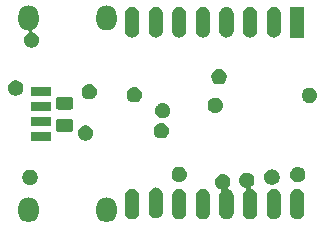
<source format=gbr>
G04 #@! TF.GenerationSoftware,KiCad,Pcbnew,5.0.2-bee76a0~70~ubuntu18.04.1*
G04 #@! TF.CreationDate,2020-03-17T19:10:12-04:00*
G04 #@! TF.ProjectId,ESP-AHT10-Extra,4553502d-4148-4543-9130-2d4578747261,1.6*
G04 #@! TF.SameCoordinates,PX7bfa480PY66c2270*
G04 #@! TF.FileFunction,Soldermask,Top*
G04 #@! TF.FilePolarity,Negative*
%FSLAX46Y46*%
G04 Gerber Fmt 4.6, Leading zero omitted, Abs format (unit mm)*
G04 Created by KiCad (PCBNEW 5.0.2-bee76a0~70~ubuntu18.04.1) date Tue 17 Mar 2020 07:10:12 PM EDT*
%MOMM*%
%LPD*%
G01*
G04 APERTURE LIST*
%ADD10C,0.050000*%
G04 APERTURE END LIST*
D10*
G36*
X13616821Y3288687D02*
X13616824Y3288686D01*
X13616825Y3288686D01*
X13777239Y3240025D01*
X13777241Y3240024D01*
X13777244Y3240023D01*
X13925078Y3161005D01*
X14054659Y3054659D01*
X14161005Y2925078D01*
X14240023Y2777244D01*
X14240024Y2777241D01*
X14240025Y2777239D01*
X14288686Y2616825D01*
X14288686Y2616822D01*
X14288687Y2616820D01*
X14301000Y2491803D01*
X14301000Y2008196D01*
X14288687Y1883179D01*
X14288686Y1883176D01*
X14288686Y1883175D01*
X14265434Y1806522D01*
X14240023Y1722756D01*
X14161005Y1574922D01*
X14054659Y1445341D01*
X13925078Y1338995D01*
X13777243Y1259977D01*
X13777240Y1259976D01*
X13777238Y1259975D01*
X13616824Y1211314D01*
X13616823Y1211314D01*
X13616820Y1211313D01*
X13450000Y1194883D01*
X13283179Y1211313D01*
X13283176Y1211314D01*
X13283175Y1211314D01*
X13122761Y1259975D01*
X13122759Y1259976D01*
X13122756Y1259977D01*
X12974922Y1338995D01*
X12845341Y1445341D01*
X12738995Y1574922D01*
X12659977Y1722757D01*
X12635905Y1802113D01*
X12611314Y1883176D01*
X12611314Y1883177D01*
X12611313Y1883180D01*
X12599000Y2008197D01*
X12599000Y2491804D01*
X12611313Y2616821D01*
X12659977Y2777244D01*
X12738993Y2925074D01*
X12845344Y3054661D01*
X12974923Y3161005D01*
X13122757Y3240023D01*
X13122760Y3240024D01*
X13122762Y3240025D01*
X13283176Y3288686D01*
X13283177Y3288686D01*
X13283180Y3288687D01*
X13450000Y3305117D01*
X13616821Y3288687D01*
X13616821Y3288687D01*
G37*
G36*
X20216821Y3288687D02*
X20216824Y3288686D01*
X20216825Y3288686D01*
X20377239Y3240025D01*
X20377241Y3240024D01*
X20377244Y3240023D01*
X20525078Y3161005D01*
X20654659Y3054659D01*
X20761005Y2925078D01*
X20840023Y2777244D01*
X20840024Y2777241D01*
X20840025Y2777239D01*
X20888686Y2616825D01*
X20888686Y2616822D01*
X20888687Y2616820D01*
X20901000Y2491803D01*
X20901000Y2008196D01*
X20888687Y1883179D01*
X20888686Y1883176D01*
X20888686Y1883175D01*
X20865434Y1806522D01*
X20840023Y1722756D01*
X20761005Y1574922D01*
X20654659Y1445341D01*
X20525078Y1338995D01*
X20377243Y1259977D01*
X20377240Y1259976D01*
X20377238Y1259975D01*
X20216824Y1211314D01*
X20216823Y1211314D01*
X20216820Y1211313D01*
X20050000Y1194883D01*
X19883179Y1211313D01*
X19883176Y1211314D01*
X19883175Y1211314D01*
X19722761Y1259975D01*
X19722759Y1259976D01*
X19722756Y1259977D01*
X19574922Y1338995D01*
X19445341Y1445341D01*
X19338995Y1574922D01*
X19259977Y1722757D01*
X19235905Y1802113D01*
X19211314Y1883176D01*
X19211314Y1883177D01*
X19211313Y1883180D01*
X19199000Y2008197D01*
X19199000Y2491804D01*
X19211313Y2616821D01*
X19259977Y2777244D01*
X19338993Y2925074D01*
X19445344Y3054661D01*
X19574923Y3161005D01*
X19722757Y3240023D01*
X19722760Y3240024D01*
X19722762Y3240025D01*
X19883176Y3288686D01*
X19883177Y3288686D01*
X19883180Y3288687D01*
X20050000Y3305117D01*
X20216821Y3288687D01*
X20216821Y3288687D01*
G37*
G36*
X26327035Y4029930D02*
X26440322Y3995564D01*
X26544730Y3939757D01*
X26636244Y3864653D01*
X26711348Y3773139D01*
X26767155Y3668731D01*
X26801521Y3555444D01*
X26810217Y3467145D01*
X26810217Y2008107D01*
X26801521Y1919808D01*
X26767155Y1806521D01*
X26715883Y1710599D01*
X26711347Y1702113D01*
X26636244Y1610599D01*
X26598579Y1579689D01*
X26544729Y1535495D01*
X26440321Y1479688D01*
X26327034Y1445322D01*
X26209217Y1433719D01*
X26091399Y1445322D01*
X25978112Y1479688D01*
X25873705Y1535495D01*
X25825662Y1574923D01*
X25782190Y1610599D01*
X25748337Y1651850D01*
X25707086Y1702114D01*
X25651279Y1806522D01*
X25616913Y1919809D01*
X25608217Y2008108D01*
X25608218Y3467145D01*
X25616914Y3555444D01*
X25651280Y3668731D01*
X25707087Y3773139D01*
X25782191Y3864653D01*
X25873705Y3939757D01*
X25978113Y3995564D01*
X26091400Y4029930D01*
X26209217Y4041533D01*
X26327035Y4029930D01*
X26327035Y4029930D01*
G37*
G36*
X28327035Y4029930D02*
X28440322Y3995564D01*
X28544730Y3939757D01*
X28636244Y3864653D01*
X28711348Y3773139D01*
X28767155Y3668731D01*
X28801521Y3555444D01*
X28810217Y3467145D01*
X28810217Y2008107D01*
X28801521Y1919808D01*
X28767155Y1806521D01*
X28715883Y1710599D01*
X28711347Y1702113D01*
X28636244Y1610599D01*
X28598579Y1579689D01*
X28544729Y1535495D01*
X28440321Y1479688D01*
X28327034Y1445322D01*
X28209217Y1433719D01*
X28091399Y1445322D01*
X27978112Y1479688D01*
X27873705Y1535495D01*
X27825662Y1574923D01*
X27782190Y1610599D01*
X27748337Y1651850D01*
X27707086Y1702114D01*
X27651279Y1806522D01*
X27616913Y1919809D01*
X27608217Y2008108D01*
X27608218Y3467145D01*
X27616914Y3555444D01*
X27651280Y3668731D01*
X27707087Y3773139D01*
X27782191Y3864653D01*
X27873705Y3939757D01*
X27978113Y3995564D01*
X28091400Y4029930D01*
X28209217Y4041533D01*
X28327035Y4029930D01*
X28327035Y4029930D01*
G37*
G36*
X30082890Y5251983D02*
X30201361Y5202911D01*
X30201364Y5202909D01*
X30210386Y5196881D01*
X30307992Y5131662D01*
X30398662Y5040992D01*
X30469911Y4934361D01*
X30518983Y4815890D01*
X30544000Y4690119D01*
X30544000Y4561881D01*
X30518983Y4436110D01*
X30469911Y4317639D01*
X30469909Y4317636D01*
X30422937Y4247337D01*
X30398662Y4211008D01*
X30390524Y4202870D01*
X30374978Y4183928D01*
X30363427Y4162317D01*
X30356314Y4138868D01*
X30353912Y4114482D01*
X30356314Y4090096D01*
X30363427Y4066647D01*
X30374978Y4045036D01*
X30390524Y4026094D01*
X30409466Y4010548D01*
X30433984Y3998951D01*
X30544730Y3939757D01*
X30636244Y3864653D01*
X30711348Y3773139D01*
X30767155Y3668731D01*
X30801521Y3555444D01*
X30810217Y3467145D01*
X30810217Y2008107D01*
X30801521Y1919808D01*
X30767155Y1806521D01*
X30715883Y1710599D01*
X30711347Y1702113D01*
X30636244Y1610599D01*
X30598579Y1579689D01*
X30544729Y1535495D01*
X30440321Y1479688D01*
X30327034Y1445322D01*
X30209217Y1433719D01*
X30091399Y1445322D01*
X29978112Y1479688D01*
X29873705Y1535495D01*
X29825662Y1574923D01*
X29782190Y1610599D01*
X29748337Y1651850D01*
X29707086Y1702114D01*
X29651279Y1806522D01*
X29616913Y1919809D01*
X29608217Y2008108D01*
X29608218Y3467145D01*
X29616914Y3555444D01*
X29651280Y3668731D01*
X29707087Y3773139D01*
X29738113Y3810944D01*
X29751727Y3831319D01*
X29761105Y3853958D01*
X29765885Y3877991D01*
X29765885Y3902495D01*
X29761104Y3926529D01*
X29751727Y3949168D01*
X29738113Y3969542D01*
X29720786Y3986869D01*
X29689322Y4005728D01*
X29584639Y4049089D01*
X29515086Y4095563D01*
X29478012Y4120335D01*
X29478011Y4120336D01*
X29478008Y4120338D01*
X29387338Y4211008D01*
X29363064Y4247337D01*
X29316091Y4317636D01*
X29316089Y4317639D01*
X29267017Y4436110D01*
X29242000Y4561881D01*
X29242000Y4690119D01*
X29267017Y4815890D01*
X29316089Y4934361D01*
X29387338Y5040992D01*
X29478008Y5131662D01*
X29575615Y5196881D01*
X29584636Y5202909D01*
X29584639Y5202911D01*
X29703110Y5251983D01*
X29828881Y5277000D01*
X29957119Y5277000D01*
X30082890Y5251983D01*
X30082890Y5251983D01*
G37*
G36*
X32114890Y5378983D02*
X32233361Y5329911D01*
X32233364Y5329909D01*
X32312548Y5277000D01*
X32339992Y5258662D01*
X32430662Y5167992D01*
X32501911Y5061361D01*
X32550983Y4942890D01*
X32576000Y4817119D01*
X32576000Y4688881D01*
X32550983Y4563110D01*
X32501911Y4444639D01*
X32430662Y4338008D01*
X32339991Y4247337D01*
X32331914Y4241940D01*
X32312973Y4226394D01*
X32297427Y4207452D01*
X32285876Y4185841D01*
X32278764Y4162392D01*
X32276362Y4138006D01*
X32278764Y4113619D01*
X32285878Y4090170D01*
X32297429Y4068559D01*
X32312975Y4049618D01*
X32331917Y4034072D01*
X32365076Y4018390D01*
X32440322Y3995564D01*
X32544730Y3939757D01*
X32636244Y3864653D01*
X32711348Y3773139D01*
X32767155Y3668731D01*
X32801521Y3555444D01*
X32810217Y3467145D01*
X32810217Y2008107D01*
X32801521Y1919808D01*
X32767155Y1806521D01*
X32715883Y1710599D01*
X32711347Y1702113D01*
X32636244Y1610599D01*
X32598579Y1579689D01*
X32544729Y1535495D01*
X32440321Y1479688D01*
X32327034Y1445322D01*
X32209217Y1433719D01*
X32091399Y1445322D01*
X31978112Y1479688D01*
X31873705Y1535495D01*
X31825662Y1574923D01*
X31782190Y1610599D01*
X31748337Y1651850D01*
X31707086Y1702114D01*
X31651279Y1806522D01*
X31616913Y1919809D01*
X31608217Y2008108D01*
X31608218Y3467145D01*
X31616914Y3555444D01*
X31651280Y3668731D01*
X31707087Y3773139D01*
X31782191Y3864653D01*
X31826030Y3900631D01*
X31843357Y3917958D01*
X31856971Y3938332D01*
X31866348Y3960971D01*
X31871129Y3985005D01*
X31871129Y4009509D01*
X31866349Y4033542D01*
X31856971Y4056181D01*
X31843357Y4076556D01*
X31826030Y4093883D01*
X31805656Y4107497D01*
X31783017Y4116874D01*
X31771117Y4119855D01*
X31768704Y4120335D01*
X31735110Y4127017D01*
X31706499Y4138868D01*
X31616639Y4176089D01*
X31602044Y4185841D01*
X31510012Y4247335D01*
X31510011Y4247336D01*
X31510008Y4247338D01*
X31419338Y4338008D01*
X31348089Y4444639D01*
X31299017Y4563110D01*
X31274000Y4688881D01*
X31274000Y4817119D01*
X31299017Y4942890D01*
X31348089Y5061361D01*
X31419338Y5167992D01*
X31510008Y5258662D01*
X31537453Y5277000D01*
X31616636Y5329909D01*
X31616639Y5329911D01*
X31735110Y5378983D01*
X31860881Y5404000D01*
X31989119Y5404000D01*
X32114890Y5378983D01*
X32114890Y5378983D01*
G37*
G36*
X34327035Y4029930D02*
X34440322Y3995564D01*
X34544730Y3939757D01*
X34636244Y3864653D01*
X34711348Y3773139D01*
X34767155Y3668731D01*
X34801521Y3555444D01*
X34810217Y3467145D01*
X34810217Y2008107D01*
X34801521Y1919808D01*
X34767155Y1806521D01*
X34715883Y1710599D01*
X34711347Y1702113D01*
X34636244Y1610599D01*
X34598579Y1579689D01*
X34544729Y1535495D01*
X34440321Y1479688D01*
X34327034Y1445322D01*
X34209217Y1433719D01*
X34091399Y1445322D01*
X33978112Y1479688D01*
X33873705Y1535495D01*
X33825662Y1574923D01*
X33782190Y1610599D01*
X33748337Y1651850D01*
X33707086Y1702114D01*
X33651279Y1806522D01*
X33616913Y1919809D01*
X33608217Y2008108D01*
X33608218Y3467145D01*
X33616914Y3555444D01*
X33651280Y3668731D01*
X33707087Y3773139D01*
X33782191Y3864653D01*
X33873705Y3939757D01*
X33978113Y3995564D01*
X34091400Y4029930D01*
X34209217Y4041533D01*
X34327035Y4029930D01*
X34327035Y4029930D01*
G37*
G36*
X36327035Y4029930D02*
X36440322Y3995564D01*
X36544730Y3939757D01*
X36636244Y3864653D01*
X36711348Y3773139D01*
X36767155Y3668731D01*
X36801521Y3555444D01*
X36810217Y3467145D01*
X36810217Y2008107D01*
X36801521Y1919808D01*
X36767155Y1806521D01*
X36715883Y1710599D01*
X36711347Y1702113D01*
X36636244Y1610599D01*
X36598579Y1579689D01*
X36544729Y1535495D01*
X36440321Y1479688D01*
X36327034Y1445322D01*
X36209217Y1433719D01*
X36091399Y1445322D01*
X35978112Y1479688D01*
X35873705Y1535495D01*
X35825662Y1574923D01*
X35782190Y1610599D01*
X35748337Y1651850D01*
X35707086Y1702114D01*
X35651279Y1806522D01*
X35616913Y1919809D01*
X35608217Y2008108D01*
X35608218Y3467145D01*
X35616914Y3555444D01*
X35651280Y3668731D01*
X35707087Y3773139D01*
X35782191Y3864653D01*
X35873705Y3939757D01*
X35978113Y3995564D01*
X36091400Y4029930D01*
X36209217Y4041533D01*
X36327035Y4029930D01*
X36327035Y4029930D01*
G37*
G36*
X22327035Y4029930D02*
X22440322Y3995564D01*
X22544730Y3939757D01*
X22636244Y3864653D01*
X22711348Y3773139D01*
X22767155Y3668731D01*
X22801521Y3555444D01*
X22810217Y3467145D01*
X22810217Y2008107D01*
X22801521Y1919808D01*
X22767155Y1806521D01*
X22715883Y1710599D01*
X22711347Y1702113D01*
X22636244Y1610599D01*
X22598579Y1579689D01*
X22544729Y1535495D01*
X22440321Y1479688D01*
X22327034Y1445322D01*
X22209217Y1433719D01*
X22091399Y1445322D01*
X21978112Y1479688D01*
X21873705Y1535495D01*
X21825662Y1574923D01*
X21782190Y1610599D01*
X21748337Y1651850D01*
X21707086Y1702114D01*
X21651279Y1806522D01*
X21616913Y1919809D01*
X21608217Y2008108D01*
X21608218Y3467145D01*
X21616914Y3555444D01*
X21651280Y3668731D01*
X21707087Y3773139D01*
X21782191Y3864653D01*
X21873705Y3939757D01*
X21978113Y3995564D01*
X22091400Y4029930D01*
X22209217Y4041533D01*
X22327035Y4029930D01*
X22327035Y4029930D01*
G37*
G36*
X24327035Y4129930D02*
X24440322Y4095564D01*
X24544730Y4039757D01*
X24636244Y3964653D01*
X24711348Y3873139D01*
X24767155Y3768731D01*
X24801521Y3655444D01*
X24810217Y3567145D01*
X24810217Y2108107D01*
X24801521Y2019808D01*
X24767155Y1906521D01*
X24711348Y1802114D01*
X24711347Y1802113D01*
X24636244Y1710599D01*
X24594993Y1676746D01*
X24544729Y1635495D01*
X24440321Y1579688D01*
X24327034Y1545322D01*
X24209217Y1533719D01*
X24091399Y1545322D01*
X23978112Y1579688D01*
X23873705Y1635495D01*
X23859789Y1646915D01*
X23782190Y1710599D01*
X23748337Y1751850D01*
X23707086Y1802114D01*
X23651279Y1906522D01*
X23616913Y2019809D01*
X23608217Y2108108D01*
X23608218Y3567145D01*
X23616914Y3655444D01*
X23651280Y3768731D01*
X23707087Y3873139D01*
X23782191Y3964653D01*
X23873705Y4039757D01*
X23978113Y4095564D01*
X24091400Y4129930D01*
X24209217Y4141533D01*
X24327035Y4129930D01*
X24327035Y4129930D01*
G37*
G36*
X13763390Y5632983D02*
X13881861Y5583911D01*
X13881864Y5583909D01*
X13961554Y5530662D01*
X13988492Y5512662D01*
X14079162Y5421992D01*
X14150411Y5315361D01*
X14199483Y5196890D01*
X14224500Y5071119D01*
X14224500Y4942881D01*
X14199483Y4817110D01*
X14150411Y4698639D01*
X14150409Y4698636D01*
X14091190Y4610008D01*
X14079162Y4592008D01*
X13988492Y4501338D01*
X13988489Y4501336D01*
X13988488Y4501335D01*
X13903632Y4444636D01*
X13881861Y4430089D01*
X13763390Y4381017D01*
X13637619Y4356000D01*
X13509381Y4356000D01*
X13383610Y4381017D01*
X13265139Y4430089D01*
X13243368Y4444636D01*
X13158512Y4501335D01*
X13158511Y4501336D01*
X13158508Y4501338D01*
X13067838Y4592008D01*
X13055811Y4610008D01*
X12996591Y4698636D01*
X12996589Y4698639D01*
X12947517Y4817110D01*
X12922500Y4942881D01*
X12922500Y5071119D01*
X12947517Y5196890D01*
X12996589Y5315361D01*
X13067838Y5421992D01*
X13158508Y5512662D01*
X13185447Y5530662D01*
X13265136Y5583909D01*
X13265139Y5583911D01*
X13383610Y5632983D01*
X13509381Y5658000D01*
X13637619Y5658000D01*
X13763390Y5632983D01*
X13763390Y5632983D01*
G37*
G36*
X34239890Y5650983D02*
X34358361Y5601911D01*
X34464992Y5530662D01*
X34555662Y5439992D01*
X34555664Y5439989D01*
X34555665Y5439988D01*
X34567692Y5421988D01*
X34626911Y5333361D01*
X34675983Y5214890D01*
X34701000Y5089119D01*
X34701000Y4960881D01*
X34675983Y4835110D01*
X34626911Y4716639D01*
X34626909Y4716636D01*
X34560465Y4617195D01*
X34555662Y4610008D01*
X34464992Y4519338D01*
X34464989Y4519336D01*
X34464988Y4519335D01*
X34438049Y4501335D01*
X34358361Y4448089D01*
X34239890Y4399017D01*
X34114119Y4374000D01*
X33985881Y4374000D01*
X33860110Y4399017D01*
X33741639Y4448089D01*
X33661951Y4501335D01*
X33635012Y4519335D01*
X33635011Y4519336D01*
X33635008Y4519338D01*
X33544338Y4610008D01*
X33539536Y4617195D01*
X33473091Y4716636D01*
X33473089Y4716639D01*
X33424017Y4835110D01*
X33399000Y4960881D01*
X33399000Y5089119D01*
X33424017Y5214890D01*
X33473089Y5333361D01*
X33532308Y5421988D01*
X33544335Y5439988D01*
X33544336Y5439989D01*
X33544338Y5439992D01*
X33635008Y5530662D01*
X33741639Y5601911D01*
X33860110Y5650983D01*
X33985881Y5676000D01*
X34114119Y5676000D01*
X34239890Y5650983D01*
X34239890Y5650983D01*
G37*
G36*
X36429225Y5869161D02*
X36547696Y5820089D01*
X36547699Y5820087D01*
X36627651Y5766665D01*
X36654327Y5748840D01*
X36744997Y5658170D01*
X36744999Y5658167D01*
X36745000Y5658166D01*
X36761827Y5632983D01*
X36816246Y5551539D01*
X36865318Y5433068D01*
X36890335Y5307297D01*
X36890335Y5179059D01*
X36865318Y5053288D01*
X36816246Y4934817D01*
X36816244Y4934814D01*
X36749624Y4835110D01*
X36744997Y4828186D01*
X36654327Y4737516D01*
X36654324Y4737514D01*
X36654323Y4737513D01*
X36583393Y4690119D01*
X36547696Y4666267D01*
X36429225Y4617195D01*
X36303454Y4592178D01*
X36175216Y4592178D01*
X36049445Y4617195D01*
X35930974Y4666267D01*
X35895277Y4690119D01*
X35824347Y4737513D01*
X35824346Y4737514D01*
X35824343Y4737516D01*
X35733673Y4828186D01*
X35729047Y4835110D01*
X35662426Y4934814D01*
X35662424Y4934817D01*
X35613352Y5053288D01*
X35588335Y5179059D01*
X35588335Y5307297D01*
X35613352Y5433068D01*
X35662424Y5551539D01*
X35716843Y5632983D01*
X35733670Y5658166D01*
X35733671Y5658167D01*
X35733673Y5658170D01*
X35824343Y5748840D01*
X35851020Y5766665D01*
X35930971Y5820087D01*
X35930974Y5820089D01*
X36049445Y5869161D01*
X36175216Y5894178D01*
X36303454Y5894178D01*
X36429225Y5869161D01*
X36429225Y5869161D01*
G37*
G36*
X26399890Y5886983D02*
X26518361Y5837911D01*
X26624992Y5766662D01*
X26715662Y5675992D01*
X26715664Y5675989D01*
X26715665Y5675988D01*
X26727573Y5658166D01*
X26786911Y5569361D01*
X26835983Y5450890D01*
X26861000Y5325119D01*
X26861000Y5196881D01*
X26835983Y5071110D01*
X26786911Y4952639D01*
X26715662Y4846008D01*
X26624992Y4755338D01*
X26624989Y4755336D01*
X26624988Y4755335D01*
X26527384Y4690118D01*
X26518361Y4684089D01*
X26399890Y4635017D01*
X26274119Y4610000D01*
X26145881Y4610000D01*
X26020110Y4635017D01*
X25901639Y4684089D01*
X25892616Y4690118D01*
X25795012Y4755335D01*
X25795011Y4755336D01*
X25795008Y4755338D01*
X25704338Y4846008D01*
X25633089Y4952639D01*
X25584017Y5071110D01*
X25559000Y5196881D01*
X25559000Y5325119D01*
X25584017Y5450890D01*
X25633089Y5569361D01*
X25692427Y5658166D01*
X25704335Y5675988D01*
X25704336Y5675989D01*
X25704338Y5675992D01*
X25795008Y5766662D01*
X25901639Y5837911D01*
X26020110Y5886983D01*
X26145881Y5912000D01*
X26274119Y5912000D01*
X26399890Y5886983D01*
X26399890Y5886983D01*
G37*
G36*
X15377000Y8035000D02*
X13675000Y8035000D01*
X13675000Y8837000D01*
X15377000Y8837000D01*
X15377000Y8035000D01*
X15377000Y8035000D01*
G37*
G36*
X18462390Y9379483D02*
X18580861Y9330411D01*
X18687492Y9259162D01*
X18778162Y9168492D01*
X18778164Y9168489D01*
X18778165Y9168488D01*
X18836140Y9081722D01*
X18849411Y9061861D01*
X18898483Y8943390D01*
X18923500Y8817619D01*
X18923500Y8689381D01*
X18898483Y8563610D01*
X18849411Y8445139D01*
X18849409Y8445136D01*
X18797260Y8367089D01*
X18778162Y8338508D01*
X18687492Y8247838D01*
X18580861Y8176589D01*
X18462390Y8127517D01*
X18336619Y8102500D01*
X18208381Y8102500D01*
X18082610Y8127517D01*
X17964139Y8176589D01*
X17857508Y8247838D01*
X17766838Y8338508D01*
X17747741Y8367089D01*
X17695591Y8445136D01*
X17695589Y8445139D01*
X17646517Y8563610D01*
X17621500Y8689381D01*
X17621500Y8817619D01*
X17646517Y8943390D01*
X17695589Y9061861D01*
X17708860Y9081722D01*
X17766835Y9168488D01*
X17766836Y9168489D01*
X17766838Y9168492D01*
X17857508Y9259162D01*
X17964139Y9330411D01*
X18082610Y9379483D01*
X18208381Y9404500D01*
X18336619Y9404500D01*
X18462390Y9379483D01*
X18462390Y9379483D01*
G37*
G36*
X24875890Y9569983D02*
X24994361Y9520911D01*
X25100992Y9449662D01*
X25191662Y9358992D01*
X25191664Y9358989D01*
X25191665Y9358988D01*
X25210761Y9330409D01*
X25262911Y9252361D01*
X25311983Y9133890D01*
X25337000Y9008119D01*
X25337000Y8879881D01*
X25311983Y8754110D01*
X25262911Y8635639D01*
X25262909Y8635636D01*
X25214783Y8563610D01*
X25191662Y8529008D01*
X25100992Y8438338D01*
X24994361Y8367089D01*
X24875890Y8318017D01*
X24750119Y8293000D01*
X24621881Y8293000D01*
X24496110Y8318017D01*
X24377639Y8367089D01*
X24271008Y8438338D01*
X24180338Y8529008D01*
X24157218Y8563610D01*
X24109091Y8635636D01*
X24109089Y8635639D01*
X24060017Y8754110D01*
X24035000Y8879881D01*
X24035000Y9008119D01*
X24060017Y9133890D01*
X24109089Y9252361D01*
X24161239Y9330409D01*
X24180335Y9358988D01*
X24180336Y9358989D01*
X24180338Y9358992D01*
X24271008Y9449662D01*
X24377639Y9520911D01*
X24496110Y9569983D01*
X24621881Y9595000D01*
X24750119Y9595000D01*
X24875890Y9569983D01*
X24875890Y9569983D01*
G37*
G36*
X17078966Y9937435D02*
X17117637Y9925704D01*
X17153279Y9906652D01*
X17184517Y9881017D01*
X17210152Y9849779D01*
X17229204Y9814137D01*
X17240935Y9775466D01*
X17245500Y9729112D01*
X17245500Y9077888D01*
X17240935Y9031534D01*
X17229204Y8992863D01*
X17210152Y8957221D01*
X17184517Y8925983D01*
X17153279Y8900348D01*
X17117637Y8881296D01*
X17078966Y8869565D01*
X17032612Y8865000D01*
X15956388Y8865000D01*
X15910034Y8869565D01*
X15871363Y8881296D01*
X15835721Y8900348D01*
X15804483Y8925983D01*
X15778848Y8957221D01*
X15759796Y8992863D01*
X15748065Y9031534D01*
X15743500Y9077888D01*
X15743500Y9729112D01*
X15748065Y9775466D01*
X15759796Y9814137D01*
X15778848Y9849779D01*
X15804483Y9881017D01*
X15835721Y9906652D01*
X15871363Y9925704D01*
X15910034Y9937435D01*
X15956388Y9942000D01*
X17032612Y9942000D01*
X17078966Y9937435D01*
X17078966Y9937435D01*
G37*
G36*
X15377000Y9305000D02*
X13675000Y9305000D01*
X13675000Y10107000D01*
X15377000Y10107000D01*
X15377000Y9305000D01*
X15377000Y9305000D01*
G37*
G36*
X24989890Y11275983D02*
X25108361Y11226911D01*
X25108364Y11226909D01*
X25197846Y11167119D01*
X25214992Y11155662D01*
X25305662Y11064992D01*
X25305664Y11064989D01*
X25305665Y11064988D01*
X25323109Y11038881D01*
X25376911Y10958361D01*
X25425983Y10839890D01*
X25451000Y10714119D01*
X25451000Y10585881D01*
X25425983Y10460110D01*
X25376911Y10341639D01*
X25305662Y10235008D01*
X25214992Y10144338D01*
X25108361Y10073089D01*
X24989890Y10024017D01*
X24864119Y9999000D01*
X24735881Y9999000D01*
X24610110Y10024017D01*
X24491639Y10073089D01*
X24385008Y10144338D01*
X24294338Y10235008D01*
X24223089Y10341639D01*
X24174017Y10460110D01*
X24149000Y10585881D01*
X24149000Y10714119D01*
X24174017Y10839890D01*
X24223089Y10958361D01*
X24276891Y11038881D01*
X24294335Y11064988D01*
X24294336Y11064989D01*
X24294338Y11064992D01*
X24385008Y11155662D01*
X24402155Y11167119D01*
X24491636Y11226909D01*
X24491639Y11226911D01*
X24610110Y11275983D01*
X24735881Y11301000D01*
X24864119Y11301000D01*
X24989890Y11275983D01*
X24989890Y11275983D01*
G37*
G36*
X29447890Y11728983D02*
X29566361Y11679911D01*
X29566364Y11679909D01*
X29655999Y11620017D01*
X29672992Y11608662D01*
X29763662Y11517992D01*
X29834911Y11411361D01*
X29883983Y11292890D01*
X29909000Y11167119D01*
X29909000Y11038881D01*
X29883983Y10913110D01*
X29834911Y10794639D01*
X29834909Y10794636D01*
X29781109Y10714118D01*
X29763662Y10688008D01*
X29672992Y10597338D01*
X29672989Y10597336D01*
X29672988Y10597335D01*
X29639561Y10575000D01*
X29566361Y10526089D01*
X29447890Y10477017D01*
X29322119Y10452000D01*
X29193881Y10452000D01*
X29068110Y10477017D01*
X28949639Y10526089D01*
X28876439Y10575000D01*
X28843012Y10597335D01*
X28843011Y10597336D01*
X28843008Y10597338D01*
X28752338Y10688008D01*
X28734892Y10714118D01*
X28681091Y10794636D01*
X28681089Y10794639D01*
X28632017Y10913110D01*
X28607000Y11038881D01*
X28607000Y11167119D01*
X28632017Y11292890D01*
X28681089Y11411361D01*
X28752338Y11517992D01*
X28843008Y11608662D01*
X28860002Y11620017D01*
X28949636Y11679909D01*
X28949639Y11679911D01*
X29068110Y11728983D01*
X29193881Y11754000D01*
X29322119Y11754000D01*
X29447890Y11728983D01*
X29447890Y11728983D01*
G37*
G36*
X15377000Y10575000D02*
X13675000Y10575000D01*
X13675000Y11377000D01*
X15377000Y11377000D01*
X15377000Y10575000D01*
X15377000Y10575000D01*
G37*
G36*
X17078966Y11812435D02*
X17117637Y11800704D01*
X17153279Y11781652D01*
X17184517Y11756017D01*
X17210152Y11724779D01*
X17229204Y11689137D01*
X17240935Y11650466D01*
X17245500Y11604112D01*
X17245500Y10952888D01*
X17240935Y10906534D01*
X17229204Y10867863D01*
X17210152Y10832221D01*
X17184517Y10800983D01*
X17153279Y10775348D01*
X17117637Y10756296D01*
X17078966Y10744565D01*
X17032612Y10740000D01*
X15956388Y10740000D01*
X15910034Y10744565D01*
X15871363Y10756296D01*
X15835721Y10775348D01*
X15804483Y10800983D01*
X15778848Y10832221D01*
X15759796Y10867863D01*
X15748065Y10906534D01*
X15743500Y10952888D01*
X15743500Y11604112D01*
X15748065Y11650466D01*
X15759796Y11689137D01*
X15778848Y11724779D01*
X15804483Y11756017D01*
X15835721Y11781652D01*
X15871363Y11800704D01*
X15910034Y11812435D01*
X15956388Y11817000D01*
X17032612Y11817000D01*
X17078966Y11812435D01*
X17078966Y11812435D01*
G37*
G36*
X37414890Y12575983D02*
X37533361Y12526911D01*
X37533364Y12526909D01*
X37577131Y12497665D01*
X37639992Y12455662D01*
X37730662Y12364992D01*
X37801911Y12258361D01*
X37850983Y12139890D01*
X37876000Y12014119D01*
X37876000Y11885881D01*
X37850983Y11760110D01*
X37801911Y11641639D01*
X37801909Y11641636D01*
X37758729Y11577012D01*
X37730662Y11535008D01*
X37639992Y11444338D01*
X37533361Y11373089D01*
X37414890Y11324017D01*
X37289119Y11299000D01*
X37160881Y11299000D01*
X37035110Y11324017D01*
X36916639Y11373089D01*
X36810008Y11444338D01*
X36719338Y11535008D01*
X36691272Y11577012D01*
X36648091Y11641636D01*
X36648089Y11641639D01*
X36599017Y11760110D01*
X36574000Y11885881D01*
X36574000Y12014119D01*
X36599017Y12139890D01*
X36648089Y12258361D01*
X36719338Y12364992D01*
X36810008Y12455662D01*
X36872870Y12497665D01*
X36916636Y12526909D01*
X36916639Y12526911D01*
X37035110Y12575983D01*
X37160881Y12601000D01*
X37289119Y12601000D01*
X37414890Y12575983D01*
X37414890Y12575983D01*
G37*
G36*
X22589890Y12617983D02*
X22708361Y12568911D01*
X22708364Y12568909D01*
X22812420Y12499381D01*
X22814992Y12497662D01*
X22905662Y12406992D01*
X22905664Y12406989D01*
X22905665Y12406988D01*
X22970391Y12310119D01*
X22976911Y12300361D01*
X23025983Y12181890D01*
X23051000Y12056119D01*
X23051000Y11927881D01*
X23025983Y11802110D01*
X22976911Y11683639D01*
X22976909Y11683636D01*
X22923773Y11604112D01*
X22905662Y11577008D01*
X22814992Y11486338D01*
X22814989Y11486336D01*
X22814988Y11486335D01*
X22708364Y11415091D01*
X22708361Y11415089D01*
X22589890Y11366017D01*
X22464119Y11341000D01*
X22335881Y11341000D01*
X22210110Y11366017D01*
X22091639Y11415089D01*
X22091636Y11415091D01*
X21985012Y11486335D01*
X21985011Y11486336D01*
X21985008Y11486338D01*
X21894338Y11577008D01*
X21876228Y11604112D01*
X21823091Y11683636D01*
X21823089Y11683639D01*
X21774017Y11802110D01*
X21749000Y11927881D01*
X21749000Y12056119D01*
X21774017Y12181890D01*
X21823089Y12300361D01*
X21829609Y12310119D01*
X21894335Y12406988D01*
X21894336Y12406989D01*
X21894338Y12406992D01*
X21985008Y12497662D01*
X21987581Y12499381D01*
X22091636Y12568909D01*
X22091639Y12568911D01*
X22210110Y12617983D01*
X22335881Y12643000D01*
X22464119Y12643000D01*
X22589890Y12617983D01*
X22589890Y12617983D01*
G37*
G36*
X18779890Y12871983D02*
X18898361Y12822911D01*
X19004992Y12751662D01*
X19095662Y12660992D01*
X19166911Y12554361D01*
X19215983Y12435890D01*
X19241000Y12310119D01*
X19241000Y12181881D01*
X19215983Y12056110D01*
X19166911Y11937639D01*
X19095662Y11831008D01*
X19004992Y11740338D01*
X19004989Y11740336D01*
X19004988Y11740335D01*
X18920132Y11683636D01*
X18898361Y11669089D01*
X18779890Y11620017D01*
X18654119Y11595000D01*
X18525881Y11595000D01*
X18400110Y11620017D01*
X18281639Y11669089D01*
X18259868Y11683636D01*
X18175012Y11740335D01*
X18175011Y11740336D01*
X18175008Y11740338D01*
X18084338Y11831008D01*
X18013089Y11937639D01*
X17964017Y12056110D01*
X17939000Y12181881D01*
X17939000Y12310119D01*
X17964017Y12435890D01*
X18013089Y12554361D01*
X18084338Y12660992D01*
X18175008Y12751662D01*
X18281639Y12822911D01*
X18400110Y12871983D01*
X18525881Y12897000D01*
X18654119Y12897000D01*
X18779890Y12871983D01*
X18779890Y12871983D01*
G37*
G36*
X15377000Y11845000D02*
X13675000Y11845000D01*
X13675000Y12647000D01*
X15377000Y12647000D01*
X15377000Y11845000D01*
X15377000Y11845000D01*
G37*
G36*
X12556890Y13189483D02*
X12675361Y13140411D01*
X12675364Y13140409D01*
X12734332Y13101008D01*
X12781992Y13069162D01*
X12872662Y12978492D01*
X12872664Y12978489D01*
X12872665Y12978488D01*
X12943829Y12871983D01*
X12943911Y12871861D01*
X12992983Y12753390D01*
X13018000Y12627619D01*
X13018000Y12499381D01*
X12992983Y12373610D01*
X12943911Y12255139D01*
X12943909Y12255136D01*
X12894968Y12181890D01*
X12872662Y12148508D01*
X12781992Y12057838D01*
X12781989Y12057836D01*
X12781988Y12057835D01*
X12779418Y12056118D01*
X12675361Y11986589D01*
X12556890Y11937517D01*
X12431119Y11912500D01*
X12302881Y11912500D01*
X12177110Y11937517D01*
X12058639Y11986589D01*
X11954582Y12056118D01*
X11952012Y12057835D01*
X11952011Y12057836D01*
X11952008Y12057838D01*
X11861338Y12148508D01*
X11839033Y12181890D01*
X11790091Y12255136D01*
X11790089Y12255139D01*
X11741017Y12373610D01*
X11716000Y12499381D01*
X11716000Y12627619D01*
X11741017Y12753390D01*
X11790089Y12871861D01*
X11790171Y12871983D01*
X11861335Y12978488D01*
X11861336Y12978489D01*
X11861338Y12978492D01*
X11952008Y13069162D01*
X11999669Y13101008D01*
X12058636Y13140409D01*
X12058639Y13140411D01*
X12177110Y13189483D01*
X12302881Y13214500D01*
X12431119Y13214500D01*
X12556890Y13189483D01*
X12556890Y13189483D01*
G37*
G36*
X29765390Y14141983D02*
X29883861Y14092911D01*
X29990492Y14021662D01*
X30081162Y13930992D01*
X30152411Y13824361D01*
X30201483Y13705890D01*
X30226500Y13580119D01*
X30226500Y13451881D01*
X30201483Y13326110D01*
X30152411Y13207639D01*
X30152409Y13207636D01*
X30107491Y13140411D01*
X30081162Y13101008D01*
X29990492Y13010338D01*
X29990489Y13010336D01*
X29990488Y13010335D01*
X29883864Y12939091D01*
X29883861Y12939089D01*
X29765390Y12890017D01*
X29639619Y12865000D01*
X29511381Y12865000D01*
X29385610Y12890017D01*
X29267139Y12939089D01*
X29267136Y12939091D01*
X29160512Y13010335D01*
X29160511Y13010336D01*
X29160508Y13010338D01*
X29069838Y13101008D01*
X29043510Y13140411D01*
X28998591Y13207636D01*
X28998589Y13207639D01*
X28949517Y13326110D01*
X28924500Y13451881D01*
X28924500Y13580119D01*
X28949517Y13705890D01*
X28998589Y13824361D01*
X29069838Y13930992D01*
X29160508Y14021662D01*
X29267139Y14092911D01*
X29385610Y14141983D01*
X29511381Y14167000D01*
X29639619Y14167000D01*
X29765390Y14141983D01*
X29765390Y14141983D01*
G37*
G36*
X13616820Y19538687D02*
X13616823Y19538686D01*
X13616824Y19538686D01*
X13777238Y19490025D01*
X13777240Y19490024D01*
X13777243Y19490023D01*
X13925078Y19411005D01*
X14054659Y19304659D01*
X14161005Y19175078D01*
X14240023Y19027244D01*
X14240023Y19027243D01*
X14240025Y19027239D01*
X14261804Y18955442D01*
X14288687Y18866821D01*
X14301000Y18741804D01*
X14301000Y18258197D01*
X14288687Y18133180D01*
X14288686Y18133178D01*
X14288686Y18133175D01*
X14240025Y17972761D01*
X14240023Y17972756D01*
X14161005Y17824922D01*
X14054659Y17695341D01*
X13925078Y17588995D01*
X13766906Y17504451D01*
X13766708Y17504370D01*
X13766515Y17504242D01*
X13766382Y17504171D01*
X13766389Y17504158D01*
X13746280Y17490836D01*
X13728885Y17473577D01*
X13715191Y17453256D01*
X13705725Y17430654D01*
X13700850Y17406639D01*
X13700754Y17382135D01*
X13705440Y17358083D01*
X13714728Y17335408D01*
X13728262Y17314980D01*
X13745521Y17297585D01*
X13765842Y17283891D01*
X13788444Y17274425D01*
X13800813Y17271301D01*
X13863293Y17258873D01*
X13890390Y17253483D01*
X13924343Y17239419D01*
X14008861Y17204411D01*
X14115492Y17133162D01*
X14206162Y17042492D01*
X14206164Y17042489D01*
X14206165Y17042488D01*
X14277409Y16935864D01*
X14277411Y16935861D01*
X14326483Y16817390D01*
X14351500Y16691619D01*
X14351500Y16563381D01*
X14326483Y16437610D01*
X14277411Y16319139D01*
X14206162Y16212508D01*
X14115492Y16121838D01*
X14008861Y16050589D01*
X13890390Y16001517D01*
X13764619Y15976500D01*
X13636381Y15976500D01*
X13510610Y16001517D01*
X13392139Y16050589D01*
X13285508Y16121838D01*
X13194838Y16212508D01*
X13123589Y16319139D01*
X13074517Y16437610D01*
X13049500Y16563381D01*
X13049500Y16691619D01*
X13074517Y16817390D01*
X13123589Y16935861D01*
X13123591Y16935864D01*
X13194835Y17042488D01*
X13194836Y17042489D01*
X13194838Y17042492D01*
X13285508Y17133162D01*
X13392139Y17204411D01*
X13411238Y17212322D01*
X13432849Y17223873D01*
X13451791Y17239419D01*
X13467337Y17258361D01*
X13478888Y17279972D01*
X13486001Y17303421D01*
X13488403Y17327807D01*
X13486001Y17352193D01*
X13478888Y17375642D01*
X13467337Y17397253D01*
X13451791Y17416195D01*
X13432849Y17431741D01*
X13411238Y17443292D01*
X13387789Y17450405D01*
X13375655Y17452205D01*
X13283180Y17461313D01*
X13283177Y17461314D01*
X13283176Y17461314D01*
X13122762Y17509975D01*
X13122760Y17509976D01*
X13122757Y17509977D01*
X12974923Y17588995D01*
X12845344Y17695339D01*
X12738993Y17824926D01*
X12659977Y17972756D01*
X12611313Y18133179D01*
X12599000Y18258196D01*
X12599000Y18741803D01*
X12611313Y18866820D01*
X12611314Y18866824D01*
X12659975Y19027238D01*
X12659976Y19027240D01*
X12659977Y19027243D01*
X12738995Y19175078D01*
X12845341Y19304659D01*
X12974922Y19411005D01*
X13122756Y19490023D01*
X13122759Y19490024D01*
X13122761Y19490025D01*
X13283175Y19538686D01*
X13283176Y19538686D01*
X13283179Y19538687D01*
X13450000Y19555117D01*
X13616820Y19538687D01*
X13616820Y19538687D01*
G37*
G36*
X34327035Y19429930D02*
X34440322Y19395564D01*
X34544730Y19339757D01*
X34636244Y19264653D01*
X34711348Y19173139D01*
X34767155Y19068731D01*
X34801521Y18955444D01*
X34810217Y18867145D01*
X34810217Y17408107D01*
X34801521Y17319808D01*
X34767155Y17206521D01*
X34711348Y17102114D01*
X34711347Y17102113D01*
X34636244Y17010599D01*
X34594993Y16976746D01*
X34544729Y16935495D01*
X34440321Y16879688D01*
X34327034Y16845322D01*
X34209217Y16833719D01*
X34091399Y16845322D01*
X33978112Y16879688D01*
X33873705Y16935495D01*
X33859789Y16946915D01*
X33782190Y17010599D01*
X33748337Y17051850D01*
X33707086Y17102114D01*
X33651279Y17206522D01*
X33616913Y17319809D01*
X33608217Y17408108D01*
X33608218Y18867145D01*
X33616914Y18955444D01*
X33651280Y19068731D01*
X33707087Y19173139D01*
X33782191Y19264653D01*
X33873705Y19339757D01*
X33978113Y19395564D01*
X34091400Y19429930D01*
X34209217Y19441533D01*
X34327035Y19429930D01*
X34327035Y19429930D01*
G37*
G36*
X32327035Y19429930D02*
X32440322Y19395564D01*
X32544730Y19339757D01*
X32636244Y19264653D01*
X32711348Y19173139D01*
X32767155Y19068731D01*
X32801521Y18955444D01*
X32810217Y18867145D01*
X32810217Y17408107D01*
X32801521Y17319808D01*
X32767155Y17206521D01*
X32711348Y17102114D01*
X32711347Y17102113D01*
X32636244Y17010599D01*
X32594993Y16976746D01*
X32544729Y16935495D01*
X32440321Y16879688D01*
X32327034Y16845322D01*
X32209217Y16833719D01*
X32091399Y16845322D01*
X31978112Y16879688D01*
X31873705Y16935495D01*
X31859789Y16946915D01*
X31782190Y17010599D01*
X31748337Y17051850D01*
X31707086Y17102114D01*
X31651279Y17206522D01*
X31616913Y17319809D01*
X31608217Y17408108D01*
X31608218Y18867145D01*
X31616914Y18955444D01*
X31651280Y19068731D01*
X31707087Y19173139D01*
X31782191Y19264653D01*
X31873705Y19339757D01*
X31978113Y19395564D01*
X32091400Y19429930D01*
X32209217Y19441533D01*
X32327035Y19429930D01*
X32327035Y19429930D01*
G37*
G36*
X30327035Y19429930D02*
X30440322Y19395564D01*
X30544730Y19339757D01*
X30636244Y19264653D01*
X30711348Y19173139D01*
X30767155Y19068731D01*
X30801521Y18955444D01*
X30810217Y18867145D01*
X30810217Y17408107D01*
X30801521Y17319808D01*
X30767155Y17206521D01*
X30711348Y17102114D01*
X30711347Y17102113D01*
X30636244Y17010599D01*
X30594993Y16976746D01*
X30544729Y16935495D01*
X30440321Y16879688D01*
X30327034Y16845322D01*
X30209217Y16833719D01*
X30091399Y16845322D01*
X29978112Y16879688D01*
X29873705Y16935495D01*
X29859789Y16946915D01*
X29782190Y17010599D01*
X29748337Y17051850D01*
X29707086Y17102114D01*
X29651279Y17206522D01*
X29616913Y17319809D01*
X29608217Y17408108D01*
X29608218Y18867145D01*
X29616914Y18955444D01*
X29651280Y19068731D01*
X29707087Y19173139D01*
X29782191Y19264653D01*
X29873705Y19339757D01*
X29978113Y19395564D01*
X30091400Y19429930D01*
X30209217Y19441533D01*
X30327035Y19429930D01*
X30327035Y19429930D01*
G37*
G36*
X28327035Y19429930D02*
X28440322Y19395564D01*
X28544730Y19339757D01*
X28636244Y19264653D01*
X28711348Y19173139D01*
X28767155Y19068731D01*
X28801521Y18955444D01*
X28810217Y18867145D01*
X28810217Y17408107D01*
X28801521Y17319808D01*
X28767155Y17206521D01*
X28711348Y17102114D01*
X28711347Y17102113D01*
X28636244Y17010599D01*
X28594993Y16976746D01*
X28544729Y16935495D01*
X28440321Y16879688D01*
X28327034Y16845322D01*
X28209217Y16833719D01*
X28091399Y16845322D01*
X27978112Y16879688D01*
X27873705Y16935495D01*
X27859789Y16946915D01*
X27782190Y17010599D01*
X27748337Y17051850D01*
X27707086Y17102114D01*
X27651279Y17206522D01*
X27616913Y17319809D01*
X27608217Y17408108D01*
X27608218Y18867145D01*
X27616914Y18955444D01*
X27651280Y19068731D01*
X27707087Y19173139D01*
X27782191Y19264653D01*
X27873705Y19339757D01*
X27978113Y19395564D01*
X28091400Y19429930D01*
X28209217Y19441533D01*
X28327035Y19429930D01*
X28327035Y19429930D01*
G37*
G36*
X26327035Y19429930D02*
X26440322Y19395564D01*
X26544730Y19339757D01*
X26636244Y19264653D01*
X26711348Y19173139D01*
X26767155Y19068731D01*
X26801521Y18955444D01*
X26810217Y18867145D01*
X26810217Y17408107D01*
X26801521Y17319808D01*
X26767155Y17206521D01*
X26711348Y17102114D01*
X26711347Y17102113D01*
X26636244Y17010599D01*
X26594993Y16976746D01*
X26544729Y16935495D01*
X26440321Y16879688D01*
X26327034Y16845322D01*
X26209217Y16833719D01*
X26091399Y16845322D01*
X25978112Y16879688D01*
X25873705Y16935495D01*
X25859789Y16946915D01*
X25782190Y17010599D01*
X25748337Y17051850D01*
X25707086Y17102114D01*
X25651279Y17206522D01*
X25616913Y17319809D01*
X25608217Y17408108D01*
X25608218Y18867145D01*
X25616914Y18955444D01*
X25651280Y19068731D01*
X25707087Y19173139D01*
X25782191Y19264653D01*
X25873705Y19339757D01*
X25978113Y19395564D01*
X26091400Y19429930D01*
X26209217Y19441533D01*
X26327035Y19429930D01*
X26327035Y19429930D01*
G37*
G36*
X24327035Y19429930D02*
X24440322Y19395564D01*
X24544730Y19339757D01*
X24636244Y19264653D01*
X24711348Y19173139D01*
X24767155Y19068731D01*
X24801521Y18955444D01*
X24810217Y18867145D01*
X24810217Y17408107D01*
X24801521Y17319808D01*
X24767155Y17206521D01*
X24711348Y17102114D01*
X24711347Y17102113D01*
X24636244Y17010599D01*
X24594993Y16976746D01*
X24544729Y16935495D01*
X24440321Y16879688D01*
X24327034Y16845322D01*
X24209217Y16833719D01*
X24091399Y16845322D01*
X23978112Y16879688D01*
X23873705Y16935495D01*
X23859789Y16946915D01*
X23782190Y17010599D01*
X23748337Y17051850D01*
X23707086Y17102114D01*
X23651279Y17206522D01*
X23616913Y17319809D01*
X23608217Y17408108D01*
X23608218Y18867145D01*
X23616914Y18955444D01*
X23651280Y19068731D01*
X23707087Y19173139D01*
X23782191Y19264653D01*
X23873705Y19339757D01*
X23978113Y19395564D01*
X24091400Y19429930D01*
X24209217Y19441533D01*
X24327035Y19429930D01*
X24327035Y19429930D01*
G37*
G36*
X22327035Y19429930D02*
X22440322Y19395564D01*
X22544730Y19339757D01*
X22636244Y19264653D01*
X22711348Y19173139D01*
X22767155Y19068731D01*
X22801521Y18955444D01*
X22810217Y18867145D01*
X22810217Y17408107D01*
X22801521Y17319808D01*
X22767155Y17206521D01*
X22711348Y17102114D01*
X22711347Y17102113D01*
X22636244Y17010599D01*
X22594993Y16976746D01*
X22544729Y16935495D01*
X22440321Y16879688D01*
X22327034Y16845322D01*
X22209217Y16833719D01*
X22091399Y16845322D01*
X21978112Y16879688D01*
X21873705Y16935495D01*
X21859789Y16946915D01*
X21782190Y17010599D01*
X21748337Y17051850D01*
X21707086Y17102114D01*
X21651279Y17206522D01*
X21616913Y17319809D01*
X21608217Y17408108D01*
X21608218Y18867145D01*
X21616914Y18955444D01*
X21651280Y19068731D01*
X21707087Y19173139D01*
X21782191Y19264653D01*
X21873705Y19339757D01*
X21978113Y19395564D01*
X22091400Y19429930D01*
X22209217Y19441533D01*
X22327035Y19429930D01*
X22327035Y19429930D01*
G37*
G36*
X36810217Y16836626D02*
X35608217Y16836626D01*
X35608217Y19438626D01*
X36810217Y19438626D01*
X36810217Y16836626D01*
X36810217Y16836626D01*
G37*
G36*
X20216820Y19538687D02*
X20216823Y19538686D01*
X20216824Y19538686D01*
X20377238Y19490025D01*
X20377240Y19490024D01*
X20377243Y19490023D01*
X20525078Y19411005D01*
X20654659Y19304659D01*
X20761005Y19175078D01*
X20840023Y19027244D01*
X20840023Y19027243D01*
X20840025Y19027239D01*
X20861804Y18955442D01*
X20888687Y18866821D01*
X20901000Y18741804D01*
X20901000Y18258197D01*
X20888687Y18133180D01*
X20888686Y18133178D01*
X20888686Y18133175D01*
X20840025Y17972761D01*
X20840023Y17972756D01*
X20761005Y17824922D01*
X20654659Y17695341D01*
X20525078Y17588995D01*
X20377244Y17509977D01*
X20377241Y17509976D01*
X20377239Y17509975D01*
X20216825Y17461314D01*
X20216824Y17461314D01*
X20216821Y17461313D01*
X20050000Y17444883D01*
X19883180Y17461313D01*
X19883177Y17461314D01*
X19883176Y17461314D01*
X19722762Y17509975D01*
X19722760Y17509976D01*
X19722757Y17509977D01*
X19574923Y17588995D01*
X19445344Y17695339D01*
X19338993Y17824926D01*
X19259977Y17972756D01*
X19211313Y18133179D01*
X19199000Y18258196D01*
X19199000Y18741803D01*
X19211313Y18866820D01*
X19211314Y18866824D01*
X19259975Y19027238D01*
X19259976Y19027240D01*
X19259977Y19027243D01*
X19338995Y19175078D01*
X19445341Y19304659D01*
X19574922Y19411005D01*
X19722756Y19490023D01*
X19722759Y19490024D01*
X19722761Y19490025D01*
X19883175Y19538686D01*
X19883176Y19538686D01*
X19883179Y19538687D01*
X20050000Y19555117D01*
X20216820Y19538687D01*
X20216820Y19538687D01*
G37*
M02*

</source>
